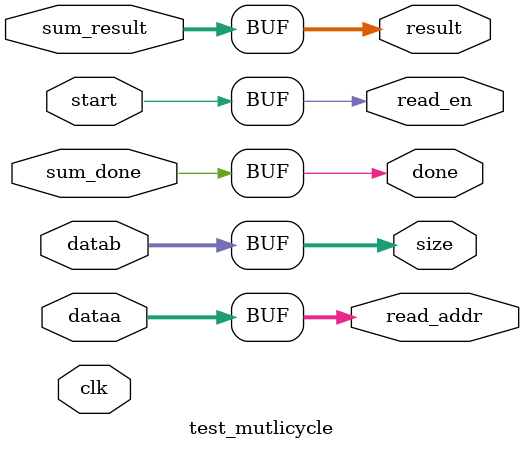
<source format=v>
module test_mutlicycle (
	clk,
	dataa,
	datab,
	result,
	start,
	done,
	read_addr,
	size,
	read_en,
	sum_result,
	sum_done);

input [31:0] dataa,datab,sum_result;
input clk,start,sum_done;

output [31:0] result,read_addr,size;
output done, read_en;

assign read_addr = dataa;
assign size = datab;
assign read_en = start;

assign result = sum_result;
assign done = sum_done;

endmodule
</source>
